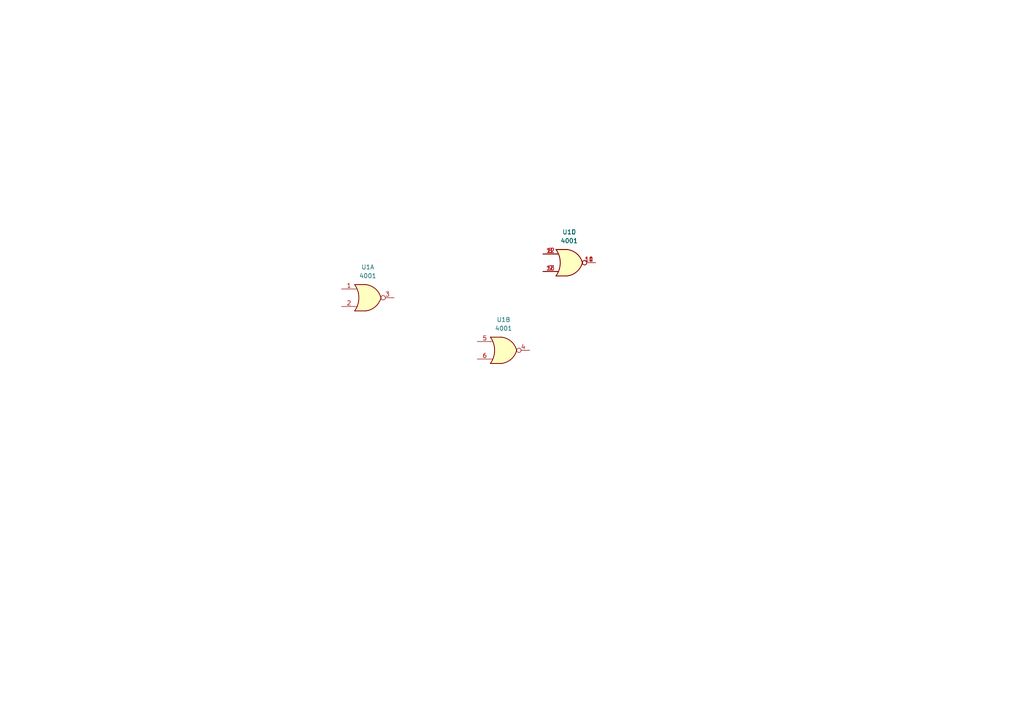
<source format=kicad_sch>
(kicad_sch
	(version 20250114)
	(generator "eeschema")
	(generator_version "9.0")
	(uuid "7615c9fb-e239-49f6-b4a2-2e24a152dc6a")
	(paper "A4")
	(lib_symbols
		(symbol "4xxx:4001"
			(pin_names
				(offset 1.016)
			)
			(exclude_from_sim no)
			(in_bom yes)
			(on_board yes)
			(property "Reference" "U"
				(at 0 1.27 0)
				(effects
					(font
						(size 1.27 1.27)
					)
				)
			)
			(property "Value" "4001"
				(at 0 -1.27 0)
				(effects
					(font
						(size 1.27 1.27)
					)
				)
			)
			(property "Footprint" ""
				(at 0 0 0)
				(effects
					(font
						(size 1.27 1.27)
					)
					(hide yes)
				)
			)
			(property "Datasheet" "http://www.intersil.com/content/dam/Intersil/documents/cd40/cd4000bms-01bms-02bms-25bms.pdf"
				(at 0 0 0)
				(effects
					(font
						(size 1.27 1.27)
					)
					(hide yes)
				)
			)
			(property "Description" "Quad Nor 2 inputs"
				(at 0 0 0)
				(effects
					(font
						(size 1.27 1.27)
					)
					(hide yes)
				)
			)
			(property "ki_locked" ""
				(at 0 0 0)
				(effects
					(font
						(size 1.27 1.27)
					)
				)
			)
			(property "ki_keywords" "CMOS Nor2"
				(at 0 0 0)
				(effects
					(font
						(size 1.27 1.27)
					)
					(hide yes)
				)
			)
			(property "ki_fp_filters" "DIP?14*"
				(at 0 0 0)
				(effects
					(font
						(size 1.27 1.27)
					)
					(hide yes)
				)
			)
			(symbol "4001_1_1"
				(arc
					(start -3.81 3.81)
					(mid -2.589 0)
					(end -3.81 -3.81)
					(stroke
						(width 0.254)
						(type default)
					)
					(fill
						(type none)
					)
				)
				(polyline
					(pts
						(xy -3.81 3.81) (xy -0.635 3.81)
					)
					(stroke
						(width 0.254)
						(type default)
					)
					(fill
						(type background)
					)
				)
				(polyline
					(pts
						(xy -3.81 -3.81) (xy -0.635 -3.81)
					)
					(stroke
						(width 0.254)
						(type default)
					)
					(fill
						(type background)
					)
				)
				(arc
					(start 3.81 0)
					(mid 2.1855 -2.584)
					(end -0.6096 -3.81)
					(stroke
						(width 0.254)
						(type default)
					)
					(fill
						(type background)
					)
				)
				(arc
					(start -0.6096 3.81)
					(mid 2.1928 2.5924)
					(end 3.81 0)
					(stroke
						(width 0.254)
						(type default)
					)
					(fill
						(type background)
					)
				)
				(polyline
					(pts
						(xy -0.635 3.81) (xy -3.81 3.81) (xy -3.81 3.81) (xy -3.556 3.4036) (xy -3.0226 2.2606) (xy -2.6924 1.0414)
						(xy -2.6162 -0.254) (xy -2.7686 -1.4986) (xy -3.175 -2.7178) (xy -3.81 -3.81) (xy -3.81 -3.81)
						(xy -0.635 -3.81)
					)
					(stroke
						(width -25.4)
						(type default)
					)
					(fill
						(type background)
					)
				)
				(pin input line
					(at -7.62 2.54 0)
					(length 4.318)
					(name "~"
						(effects
							(font
								(size 1.27 1.27)
							)
						)
					)
					(number "1"
						(effects
							(font
								(size 1.27 1.27)
							)
						)
					)
				)
				(pin input line
					(at -7.62 -2.54 0)
					(length 4.318)
					(name "~"
						(effects
							(font
								(size 1.27 1.27)
							)
						)
					)
					(number "2"
						(effects
							(font
								(size 1.27 1.27)
							)
						)
					)
				)
				(pin output inverted
					(at 7.62 0 180)
					(length 3.81)
					(name "~"
						(effects
							(font
								(size 1.27 1.27)
							)
						)
					)
					(number "3"
						(effects
							(font
								(size 1.27 1.27)
							)
						)
					)
				)
			)
			(symbol "4001_1_2"
				(arc
					(start 0 3.81)
					(mid 3.7934 0)
					(end 0 -3.81)
					(stroke
						(width 0.254)
						(type default)
					)
					(fill
						(type background)
					)
				)
				(polyline
					(pts
						(xy 0 3.81) (xy -3.81 3.81) (xy -3.81 -3.81) (xy 0 -3.81)
					)
					(stroke
						(width 0.254)
						(type default)
					)
					(fill
						(type background)
					)
				)
				(pin input inverted
					(at -7.62 2.54 0)
					(length 3.81)
					(name "~"
						(effects
							(font
								(size 1.27 1.27)
							)
						)
					)
					(number "1"
						(effects
							(font
								(size 1.27 1.27)
							)
						)
					)
				)
				(pin input inverted
					(at -7.62 -2.54 0)
					(length 3.81)
					(name "~"
						(effects
							(font
								(size 1.27 1.27)
							)
						)
					)
					(number "2"
						(effects
							(font
								(size 1.27 1.27)
							)
						)
					)
				)
				(pin output line
					(at 7.62 0 180)
					(length 3.81)
					(name "~"
						(effects
							(font
								(size 1.27 1.27)
							)
						)
					)
					(number "3"
						(effects
							(font
								(size 1.27 1.27)
							)
						)
					)
				)
			)
			(symbol "4001_2_1"
				(arc
					(start -3.81 3.81)
					(mid -2.589 0)
					(end -3.81 -3.81)
					(stroke
						(width 0.254)
						(type default)
					)
					(fill
						(type none)
					)
				)
				(polyline
					(pts
						(xy -3.81 3.81) (xy -0.635 3.81)
					)
					(stroke
						(width 0.254)
						(type default)
					)
					(fill
						(type background)
					)
				)
				(polyline
					(pts
						(xy -3.81 -3.81) (xy -0.635 -3.81)
					)
					(stroke
						(width 0.254)
						(type default)
					)
					(fill
						(type background)
					)
				)
				(arc
					(start 3.81 0)
					(mid 2.1855 -2.584)
					(end -0.6096 -3.81)
					(stroke
						(width 0.254)
						(type default)
					)
					(fill
						(type background)
					)
				)
				(arc
					(start -0.6096 3.81)
					(mid 2.1928 2.5924)
					(end 3.81 0)
					(stroke
						(width 0.254)
						(type default)
					)
					(fill
						(type background)
					)
				)
				(polyline
					(pts
						(xy -0.635 3.81) (xy -3.81 3.81) (xy -3.81 3.81) (xy -3.556 3.4036) (xy -3.0226 2.2606) (xy -2.6924 1.0414)
						(xy -2.6162 -0.254) (xy -2.7686 -1.4986) (xy -3.175 -2.7178) (xy -3.81 -3.81) (xy -3.81 -3.81)
						(xy -0.635 -3.81)
					)
					(stroke
						(width -25.4)
						(type default)
					)
					(fill
						(type background)
					)
				)
				(pin input line
					(at -7.62 2.54 0)
					(length 4.318)
					(name "~"
						(effects
							(font
								(size 1.27 1.27)
							)
						)
					)
					(number "5"
						(effects
							(font
								(size 1.27 1.27)
							)
						)
					)
				)
				(pin input line
					(at -7.62 -2.54 0)
					(length 4.318)
					(name "~"
						(effects
							(font
								(size 1.27 1.27)
							)
						)
					)
					(number "6"
						(effects
							(font
								(size 1.27 1.27)
							)
						)
					)
				)
				(pin output inverted
					(at 7.62 0 180)
					(length 3.81)
					(name "~"
						(effects
							(font
								(size 1.27 1.27)
							)
						)
					)
					(number "4"
						(effects
							(font
								(size 1.27 1.27)
							)
						)
					)
				)
			)
			(symbol "4001_2_2"
				(arc
					(start 0 3.81)
					(mid 3.7934 0)
					(end 0 -3.81)
					(stroke
						(width 0.254)
						(type default)
					)
					(fill
						(type background)
					)
				)
				(polyline
					(pts
						(xy 0 3.81) (xy -3.81 3.81) (xy -3.81 -3.81) (xy 0 -3.81)
					)
					(stroke
						(width 0.254)
						(type default)
					)
					(fill
						(type background)
					)
				)
				(pin input inverted
					(at -7.62 2.54 0)
					(length 3.81)
					(name "~"
						(effects
							(font
								(size 1.27 1.27)
							)
						)
					)
					(number "5"
						(effects
							(font
								(size 1.27 1.27)
							)
						)
					)
				)
				(pin input inverted
					(at -7.62 -2.54 0)
					(length 3.81)
					(name "~"
						(effects
							(font
								(size 1.27 1.27)
							)
						)
					)
					(number "6"
						(effects
							(font
								(size 1.27 1.27)
							)
						)
					)
				)
				(pin output line
					(at 7.62 0 180)
					(length 3.81)
					(name "~"
						(effects
							(font
								(size 1.27 1.27)
							)
						)
					)
					(number "4"
						(effects
							(font
								(size 1.27 1.27)
							)
						)
					)
				)
			)
			(symbol "4001_3_1"
				(arc
					(start -3.81 3.81)
					(mid -2.589 0)
					(end -3.81 -3.81)
					(stroke
						(width 0.254)
						(type default)
					)
					(fill
						(type none)
					)
				)
				(polyline
					(pts
						(xy -3.81 3.81) (xy -0.635 3.81)
					)
					(stroke
						(width 0.254)
						(type default)
					)
					(fill
						(type background)
					)
				)
				(polyline
					(pts
						(xy -3.81 -3.81) (xy -0.635 -3.81)
					)
					(stroke
						(width 0.254)
						(type default)
					)
					(fill
						(type background)
					)
				)
				(arc
					(start 3.81 0)
					(mid 2.1855 -2.584)
					(end -0.6096 -3.81)
					(stroke
						(width 0.254)
						(type default)
					)
					(fill
						(type background)
					)
				)
				(arc
					(start -0.6096 3.81)
					(mid 2.1928 2.5924)
					(end 3.81 0)
					(stroke
						(width 0.254)
						(type default)
					)
					(fill
						(type background)
					)
				)
				(polyline
					(pts
						(xy -0.635 3.81) (xy -3.81 3.81) (xy -3.81 3.81) (xy -3.556 3.4036) (xy -3.0226 2.2606) (xy -2.6924 1.0414)
						(xy -2.6162 -0.254) (xy -2.7686 -1.4986) (xy -3.175 -2.7178) (xy -3.81 -3.81) (xy -3.81 -3.81)
						(xy -0.635 -3.81)
					)
					(stroke
						(width -25.4)
						(type default)
					)
					(fill
						(type background)
					)
				)
				(pin input line
					(at -7.62 2.54 0)
					(length 4.318)
					(name "~"
						(effects
							(font
								(size 1.27 1.27)
							)
						)
					)
					(number "8"
						(effects
							(font
								(size 1.27 1.27)
							)
						)
					)
				)
				(pin input line
					(at -7.62 -2.54 0)
					(length 4.318)
					(name "~"
						(effects
							(font
								(size 1.27 1.27)
							)
						)
					)
					(number "9"
						(effects
							(font
								(size 1.27 1.27)
							)
						)
					)
				)
				(pin output inverted
					(at 7.62 0 180)
					(length 3.81)
					(name "~"
						(effects
							(font
								(size 1.27 1.27)
							)
						)
					)
					(number "10"
						(effects
							(font
								(size 1.27 1.27)
							)
						)
					)
				)
			)
			(symbol "4001_3_2"
				(arc
					(start 0 3.81)
					(mid 3.7934 0)
					(end 0 -3.81)
					(stroke
						(width 0.254)
						(type default)
					)
					(fill
						(type background)
					)
				)
				(polyline
					(pts
						(xy 0 3.81) (xy -3.81 3.81) (xy -3.81 -3.81) (xy 0 -3.81)
					)
					(stroke
						(width 0.254)
						(type default)
					)
					(fill
						(type background)
					)
				)
				(pin input inverted
					(at -7.62 2.54 0)
					(length 3.81)
					(name "~"
						(effects
							(font
								(size 1.27 1.27)
							)
						)
					)
					(number "8"
						(effects
							(font
								(size 1.27 1.27)
							)
						)
					)
				)
				(pin input inverted
					(at -7.62 -2.54 0)
					(length 3.81)
					(name "~"
						(effects
							(font
								(size 1.27 1.27)
							)
						)
					)
					(number "9"
						(effects
							(font
								(size 1.27 1.27)
							)
						)
					)
				)
				(pin output line
					(at 7.62 0 180)
					(length 3.81)
					(name "~"
						(effects
							(font
								(size 1.27 1.27)
							)
						)
					)
					(number "10"
						(effects
							(font
								(size 1.27 1.27)
							)
						)
					)
				)
			)
			(symbol "4001_4_1"
				(arc
					(start -3.81 3.81)
					(mid -2.589 0)
					(end -3.81 -3.81)
					(stroke
						(width 0.254)
						(type default)
					)
					(fill
						(type none)
					)
				)
				(polyline
					(pts
						(xy -3.81 3.81) (xy -0.635 3.81)
					)
					(stroke
						(width 0.254)
						(type default)
					)
					(fill
						(type background)
					)
				)
				(polyline
					(pts
						(xy -3.81 -3.81) (xy -0.635 -3.81)
					)
					(stroke
						(width 0.254)
						(type default)
					)
					(fill
						(type background)
					)
				)
				(arc
					(start 3.81 0)
					(mid 2.1855 -2.584)
					(end -0.6096 -3.81)
					(stroke
						(width 0.254)
						(type default)
					)
					(fill
						(type background)
					)
				)
				(arc
					(start -0.6096 3.81)
					(mid 2.1928 2.5924)
					(end 3.81 0)
					(stroke
						(width 0.254)
						(type default)
					)
					(fill
						(type background)
					)
				)
				(polyline
					(pts
						(xy -0.635 3.81) (xy -3.81 3.81) (xy -3.81 3.81) (xy -3.556 3.4036) (xy -3.0226 2.2606) (xy -2.6924 1.0414)
						(xy -2.6162 -0.254) (xy -2.7686 -1.4986) (xy -3.175 -2.7178) (xy -3.81 -3.81) (xy -3.81 -3.81)
						(xy -0.635 -3.81)
					)
					(stroke
						(width -25.4)
						(type default)
					)
					(fill
						(type background)
					)
				)
				(pin input line
					(at -7.62 2.54 0)
					(length 4.318)
					(name "~"
						(effects
							(font
								(size 1.27 1.27)
							)
						)
					)
					(number "12"
						(effects
							(font
								(size 1.27 1.27)
							)
						)
					)
				)
				(pin input line
					(at -7.62 -2.54 0)
					(length 4.318)
					(name "~"
						(effects
							(font
								(size 1.27 1.27)
							)
						)
					)
					(number "13"
						(effects
							(font
								(size 1.27 1.27)
							)
						)
					)
				)
				(pin output inverted
					(at 7.62 0 180)
					(length 3.81)
					(name "~"
						(effects
							(font
								(size 1.27 1.27)
							)
						)
					)
					(number "11"
						(effects
							(font
								(size 1.27 1.27)
							)
						)
					)
				)
			)
			(symbol "4001_4_2"
				(arc
					(start 0 3.81)
					(mid 3.7934 0)
					(end 0 -3.81)
					(stroke
						(width 0.254)
						(type default)
					)
					(fill
						(type background)
					)
				)
				(polyline
					(pts
						(xy 0 3.81) (xy -3.81 3.81) (xy -3.81 -3.81) (xy 0 -3.81)
					)
					(stroke
						(width 0.254)
						(type default)
					)
					(fill
						(type background)
					)
				)
				(pin input inverted
					(at -7.62 2.54 0)
					(length 3.81)
					(name "~"
						(effects
							(font
								(size 1.27 1.27)
							)
						)
					)
					(number "12"
						(effects
							(font
								(size 1.27 1.27)
							)
						)
					)
				)
				(pin input inverted
					(at -7.62 -2.54 0)
					(length 3.81)
					(name "~"
						(effects
							(font
								(size 1.27 1.27)
							)
						)
					)
					(number "13"
						(effects
							(font
								(size 1.27 1.27)
							)
						)
					)
				)
				(pin output line
					(at 7.62 0 180)
					(length 3.81)
					(name "~"
						(effects
							(font
								(size 1.27 1.27)
							)
						)
					)
					(number "11"
						(effects
							(font
								(size 1.27 1.27)
							)
						)
					)
				)
			)
			(symbol "4001_5_0"
				(pin power_in line
					(at 0 12.7 270)
					(length 5.08)
					(name "VDD"
						(effects
							(font
								(size 1.27 1.27)
							)
						)
					)
					(number "14"
						(effects
							(font
								(size 1.27 1.27)
							)
						)
					)
				)
				(pin power_in line
					(at 0 -12.7 90)
					(length 5.08)
					(name "VSS"
						(effects
							(font
								(size 1.27 1.27)
							)
						)
					)
					(number "7"
						(effects
							(font
								(size 1.27 1.27)
							)
						)
					)
				)
			)
			(symbol "4001_5_1"
				(rectangle
					(start -5.08 7.62)
					(end 5.08 -7.62)
					(stroke
						(width 0.254)
						(type default)
					)
					(fill
						(type background)
					)
				)
			)
			(embedded_fonts no)
		)
	)
	(symbol
		(lib_id "4xxx:4001")
		(at 146.05 101.6 0)
		(unit 2)
		(exclude_from_sim no)
		(in_bom yes)
		(on_board yes)
		(dnp no)
		(fields_autoplaced yes)
		(uuid "0c297218-c70f-48c7-afc2-cb32b1174d8e")
		(property "Reference" "U1"
			(at 146.05 92.71 0)
			(effects
				(font
					(size 1.27 1.27)
				)
			)
		)
		(property "Value" "4001"
			(at 146.05 95.25 0)
			(effects
				(font
					(size 1.27 1.27)
				)
			)
		)
		(property "Footprint" ""
			(at 146.05 101.6 0)
			(effects
				(font
					(size 1.27 1.27)
				)
				(hide yes)
			)
		)
		(property "Datasheet" "http://www.intersil.com/content/dam/Intersil/documents/cd40/cd4000bms-01bms-02bms-25bms.pdf"
			(at 146.05 101.6 0)
			(effects
				(font
					(size 1.27 1.27)
				)
				(hide yes)
			)
		)
		(property "Description" "Quad Nor 2 inputs"
			(at 146.05 101.6 0)
			(effects
				(font
					(size 1.27 1.27)
				)
				(hide yes)
			)
		)
		(pin "1"
			(uuid "484d0b89-6a1d-43f9-b83a-d14204d5f7dd")
		)
		(pin "2"
			(uuid "8a668073-87e5-49a8-bf2f-17402c6386e6")
		)
		(pin "3"
			(uuid "0eccbd6a-bc3d-4be5-9ff3-62727ac0dcb3")
		)
		(pin "7"
			(uuid "a6d6a64d-552f-451c-91ff-54eb28e81f89")
		)
		(pin "6"
			(uuid "75b41188-1701-4ced-b21f-0c8fc8b9b4f7")
		)
		(pin "13"
			(uuid "bfa8d3c3-86c9-43a6-b206-ca12da20bb6f")
		)
		(pin "12"
			(uuid "85a57d6f-e32c-4fc1-b7e1-7c02c5ac1775")
		)
		(pin "5"
			(uuid "3b04829c-8b4a-457b-9db5-1d2b9dddb337")
		)
		(pin "8"
			(uuid "02f1034d-81ca-4ddd-bb81-da10915a2eeb")
		)
		(pin "10"
			(uuid "a822c7b8-f1da-4f67-9929-cce036f07dbd")
		)
		(pin "11"
			(uuid "2f2fcecc-0e6f-44bf-8414-602f96b987ca")
		)
		(pin "14"
			(uuid "7f4b4b52-87fe-4ebc-a936-84046aa1b2b5")
		)
		(pin "4"
			(uuid "c2b7e705-ce99-4103-8784-acb910ee38c9")
		)
		(pin "9"
			(uuid "07f62dcb-70f0-4554-baae-3dd4dbdc87d6")
		)
		(instances
			(project ""
				(path "/7615c9fb-e239-49f6-b4a2-2e24a152dc6a"
					(reference "U1")
					(unit 2)
				)
			)
		)
	)
	(symbol
		(lib_id "4xxx:4001")
		(at 165.1 76.2 0)
		(unit 4)
		(exclude_from_sim no)
		(in_bom yes)
		(on_board yes)
		(dnp no)
		(fields_autoplaced yes)
		(uuid "4a5aaf33-f968-4c81-88e3-d7e670db4f2c")
		(property "Reference" "U1"
			(at 165.1 67.31 0)
			(effects
				(font
					(size 1.27 1.27)
				)
			)
		)
		(property "Value" "4001"
			(at 165.1 69.85 0)
			(effects
				(font
					(size 1.27 1.27)
				)
			)
		)
		(property "Footprint" ""
			(at 165.1 76.2 0)
			(effects
				(font
					(size 1.27 1.27)
				)
				(hide yes)
			)
		)
		(property "Datasheet" "http://www.intersil.com/content/dam/Intersil/documents/cd40/cd4000bms-01bms-02bms-25bms.pdf"
			(at 165.1 76.2 0)
			(effects
				(font
					(size 1.27 1.27)
				)
				(hide yes)
			)
		)
		(property "Description" "Quad Nor 2 inputs"
			(at 165.1 76.2 0)
			(effects
				(font
					(size 1.27 1.27)
				)
				(hide yes)
			)
		)
		(pin "1"
			(uuid "484d0b89-6a1d-43f9-b83a-d14204d5f7dd")
		)
		(pin "2"
			(uuid "8a668073-87e5-49a8-bf2f-17402c6386e6")
		)
		(pin "3"
			(uuid "0eccbd6a-bc3d-4be5-9ff3-62727ac0dcb3")
		)
		(pin "7"
			(uuid "a6d6a64d-552f-451c-91ff-54eb28e81f89")
		)
		(pin "6"
			(uuid "75b41188-1701-4ced-b21f-0c8fc8b9b4f7")
		)
		(pin "13"
			(uuid "bfa8d3c3-86c9-43a6-b206-ca12da20bb6f")
		)
		(pin "12"
			(uuid "85a57d6f-e32c-4fc1-b7e1-7c02c5ac1775")
		)
		(pin "5"
			(uuid "3b04829c-8b4a-457b-9db5-1d2b9dddb337")
		)
		(pin "8"
			(uuid "02f1034d-81ca-4ddd-bb81-da10915a2eeb")
		)
		(pin "10"
			(uuid "a822c7b8-f1da-4f67-9929-cce036f07dbd")
		)
		(pin "11"
			(uuid "2f2fcecc-0e6f-44bf-8414-602f96b987ca")
		)
		(pin "14"
			(uuid "7f4b4b52-87fe-4ebc-a936-84046aa1b2b5")
		)
		(pin "4"
			(uuid "c2b7e705-ce99-4103-8784-acb910ee38c9")
		)
		(pin "9"
			(uuid "07f62dcb-70f0-4554-baae-3dd4dbdc87d6")
		)
		(instances
			(project ""
				(path "/7615c9fb-e239-49f6-b4a2-2e24a152dc6a"
					(reference "U1")
					(unit 4)
				)
			)
		)
	)
	(symbol
		(lib_id "4xxx:4001")
		(at 165.1 76.2 0)
		(unit 3)
		(exclude_from_sim no)
		(in_bom yes)
		(on_board yes)
		(dnp no)
		(fields_autoplaced yes)
		(uuid "5a2962a9-20f0-4cbe-9f0a-018f2475f123")
		(property "Reference" "U1"
			(at 165.1 67.31 0)
			(effects
				(font
					(size 1.27 1.27)
				)
			)
		)
		(property "Value" "4001"
			(at 165.1 69.85 0)
			(effects
				(font
					(size 1.27 1.27)
				)
			)
		)
		(property "Footprint" ""
			(at 165.1 76.2 0)
			(effects
				(font
					(size 1.27 1.27)
				)
				(hide yes)
			)
		)
		(property "Datasheet" "http://www.intersil.com/content/dam/Intersil/documents/cd40/cd4000bms-01bms-02bms-25bms.pdf"
			(at 165.1 76.2 0)
			(effects
				(font
					(size 1.27 1.27)
				)
				(hide yes)
			)
		)
		(property "Description" "Quad Nor 2 inputs"
			(at 165.1 76.2 0)
			(effects
				(font
					(size 1.27 1.27)
				)
				(hide yes)
			)
		)
		(pin "1"
			(uuid "484d0b89-6a1d-43f9-b83a-d14204d5f7dd")
		)
		(pin "2"
			(uuid "8a668073-87e5-49a8-bf2f-17402c6386e6")
		)
		(pin "3"
			(uuid "0eccbd6a-bc3d-4be5-9ff3-62727ac0dcb3")
		)
		(pin "7"
			(uuid "a6d6a64d-552f-451c-91ff-54eb28e81f89")
		)
		(pin "6"
			(uuid "75b41188-1701-4ced-b21f-0c8fc8b9b4f7")
		)
		(pin "13"
			(uuid "bfa8d3c3-86c9-43a6-b206-ca12da20bb6f")
		)
		(pin "12"
			(uuid "85a57d6f-e32c-4fc1-b7e1-7c02c5ac1775")
		)
		(pin "5"
			(uuid "3b04829c-8b4a-457b-9db5-1d2b9dddb337")
		)
		(pin "8"
			(uuid "02f1034d-81ca-4ddd-bb81-da10915a2eeb")
		)
		(pin "10"
			(uuid "a822c7b8-f1da-4f67-9929-cce036f07dbd")
		)
		(pin "11"
			(uuid "2f2fcecc-0e6f-44bf-8414-602f96b987ca")
		)
		(pin "14"
			(uuid "7f4b4b52-87fe-4ebc-a936-84046aa1b2b5")
		)
		(pin "4"
			(uuid "c2b7e705-ce99-4103-8784-acb910ee38c9")
		)
		(pin "9"
			(uuid "07f62dcb-70f0-4554-baae-3dd4dbdc87d6")
		)
		(instances
			(project ""
				(path "/7615c9fb-e239-49f6-b4a2-2e24a152dc6a"
					(reference "U1")
					(unit 3)
				)
			)
		)
	)
	(symbol
		(lib_id "4xxx:4001")
		(at 106.68 86.36 0)
		(unit 1)
		(exclude_from_sim no)
		(in_bom yes)
		(on_board yes)
		(dnp no)
		(fields_autoplaced yes)
		(uuid "aaf0c44f-5d9d-45ca-978f-4fbc463aca8f")
		(property "Reference" "U1"
			(at 106.68 77.47 0)
			(effects
				(font
					(size 1.27 1.27)
				)
			)
		)
		(property "Value" "4001"
			(at 106.68 80.01 0)
			(effects
				(font
					(size 1.27 1.27)
				)
			)
		)
		(property "Footprint" ""
			(at 106.68 86.36 0)
			(effects
				(font
					(size 1.27 1.27)
				)
				(hide yes)
			)
		)
		(property "Datasheet" "http://www.intersil.com/content/dam/Intersil/documents/cd40/cd4000bms-01bms-02bms-25bms.pdf"
			(at 106.68 86.36 0)
			(effects
				(font
					(size 1.27 1.27)
				)
				(hide yes)
			)
		)
		(property "Description" "Quad Nor 2 inputs"
			(at 106.68 86.36 0)
			(effects
				(font
					(size 1.27 1.27)
				)
				(hide yes)
			)
		)
		(pin "1"
			(uuid "484d0b89-6a1d-43f9-b83a-d14204d5f7dd")
		)
		(pin "2"
			(uuid "8a668073-87e5-49a8-bf2f-17402c6386e6")
		)
		(pin "3"
			(uuid "0eccbd6a-bc3d-4be5-9ff3-62727ac0dcb3")
		)
		(pin "7"
			(uuid "a6d6a64d-552f-451c-91ff-54eb28e81f89")
		)
		(pin "6"
			(uuid "75b41188-1701-4ced-b21f-0c8fc8b9b4f7")
		)
		(pin "13"
			(uuid "bfa8d3c3-86c9-43a6-b206-ca12da20bb6f")
		)
		(pin "12"
			(uuid "85a57d6f-e32c-4fc1-b7e1-7c02c5ac1775")
		)
		(pin "5"
			(uuid "3b04829c-8b4a-457b-9db5-1d2b9dddb337")
		)
		(pin "8"
			(uuid "02f1034d-81ca-4ddd-bb81-da10915a2eeb")
		)
		(pin "10"
			(uuid "a822c7b8-f1da-4f67-9929-cce036f07dbd")
		)
		(pin "11"
			(uuid "2f2fcecc-0e6f-44bf-8414-602f96b987ca")
		)
		(pin "14"
			(uuid "7f4b4b52-87fe-4ebc-a936-84046aa1b2b5")
		)
		(pin "4"
			(uuid "c2b7e705-ce99-4103-8784-acb910ee38c9")
		)
		(pin "9"
			(uuid "07f62dcb-70f0-4554-baae-3dd4dbdc87d6")
		)
		(instances
			(project ""
				(path "/7615c9fb-e239-49f6-b4a2-2e24a152dc6a"
					(reference "U1")
					(unit 1)
				)
			)
		)
	)
	(sheet_instances
		(path "/"
			(page "1")
		)
	)
	(embedded_fonts no)
)

</source>
